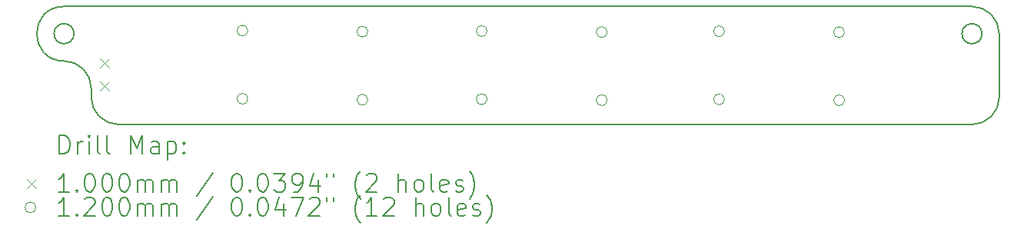
<source format=gbr>
%TF.GenerationSoftware,KiCad,Pcbnew,7.0.11*%
%TF.CreationDate,2025-03-06T22:54:37+09:00*%
%TF.ProjectId,Capasitor,43617061-7369-4746-9f72-2e6b69636164,rev?*%
%TF.SameCoordinates,Original*%
%TF.FileFunction,Drillmap*%
%TF.FilePolarity,Positive*%
%FSLAX45Y45*%
G04 Gerber Fmt 4.5, Leading zero omitted, Abs format (unit mm)*
G04 Created by KiCad (PCBNEW 7.0.11) date 2025-03-06 22:54:37*
%MOMM*%
%LPD*%
G01*
G04 APERTURE LIST*
%ADD10C,0.200000*%
%ADD11C,0.100000*%
%ADD12C,0.120000*%
G04 APERTURE END LIST*
D10*
X20294600Y-10510000D02*
X20294600Y-9810000D01*
X19994600Y-9510000D02*
X9994600Y-9510000D01*
X10104600Y-9810000D02*
G75*
G03*
X9884600Y-9810000I-110000J0D01*
G01*
X9884600Y-9810000D02*
G75*
G03*
X10104600Y-9810000I110000J0D01*
G01*
X10294600Y-10410000D02*
X10294600Y-10510000D01*
X19994600Y-10810000D02*
G75*
G03*
X20294600Y-10510000I0J300000D01*
G01*
X9994600Y-9510000D02*
G75*
G03*
X9994600Y-10110000I0J-300000D01*
G01*
X10294600Y-10510000D02*
G75*
G03*
X10594600Y-10810000I300000J0D01*
G01*
X20104600Y-9810000D02*
G75*
G03*
X19884600Y-9810000I-110000J0D01*
G01*
X19884600Y-9810000D02*
G75*
G03*
X20104600Y-9810000I110000J0D01*
G01*
X10294600Y-10410000D02*
G75*
G03*
X9994600Y-10110000I-300000J0D01*
G01*
X10594600Y-10810000D02*
X19994600Y-10810000D01*
X20294600Y-9810000D02*
G75*
G03*
X19994600Y-9510000I-300000J0D01*
G01*
D11*
X10389400Y-10084100D02*
X10489400Y-10184100D01*
X10489400Y-10084100D02*
X10389400Y-10184100D01*
X10389400Y-10338100D02*
X10489400Y-10438100D01*
X10489400Y-10338100D02*
X10389400Y-10438100D01*
D12*
X12019000Y-9776396D02*
G75*
G03*
X11899000Y-9776396I-60000J0D01*
G01*
X11899000Y-9776396D02*
G75*
G03*
X12019000Y-9776396I60000J0D01*
G01*
X12019000Y-10526396D02*
G75*
G03*
X11899000Y-10526396I-60000J0D01*
G01*
X11899000Y-10526396D02*
G75*
G03*
X12019000Y-10526396I60000J0D01*
G01*
X13341000Y-9787000D02*
G75*
G03*
X13221000Y-9787000I-60000J0D01*
G01*
X13221000Y-9787000D02*
G75*
G03*
X13341000Y-9787000I60000J0D01*
G01*
X13341000Y-10537000D02*
G75*
G03*
X13221000Y-10537000I-60000J0D01*
G01*
X13221000Y-10537000D02*
G75*
G03*
X13341000Y-10537000I60000J0D01*
G01*
X14655000Y-9781396D02*
G75*
G03*
X14535000Y-9781396I-60000J0D01*
G01*
X14535000Y-9781396D02*
G75*
G03*
X14655000Y-9781396I60000J0D01*
G01*
X14655000Y-10531396D02*
G75*
G03*
X14535000Y-10531396I-60000J0D01*
G01*
X14535000Y-10531396D02*
G75*
G03*
X14655000Y-10531396I60000J0D01*
G01*
X15977000Y-9792000D02*
G75*
G03*
X15857000Y-9792000I-60000J0D01*
G01*
X15857000Y-9792000D02*
G75*
G03*
X15977000Y-9792000I60000J0D01*
G01*
X15977000Y-10542000D02*
G75*
G03*
X15857000Y-10542000I-60000J0D01*
G01*
X15857000Y-10542000D02*
G75*
G03*
X15977000Y-10542000I60000J0D01*
G01*
X17269000Y-9783396D02*
G75*
G03*
X17149000Y-9783396I-60000J0D01*
G01*
X17149000Y-9783396D02*
G75*
G03*
X17269000Y-9783396I60000J0D01*
G01*
X17269000Y-10533396D02*
G75*
G03*
X17149000Y-10533396I-60000J0D01*
G01*
X17149000Y-10533396D02*
G75*
G03*
X17269000Y-10533396I60000J0D01*
G01*
X18591000Y-9794000D02*
G75*
G03*
X18471000Y-9794000I-60000J0D01*
G01*
X18471000Y-9794000D02*
G75*
G03*
X18591000Y-9794000I60000J0D01*
G01*
X18591000Y-10544000D02*
G75*
G03*
X18471000Y-10544000I-60000J0D01*
G01*
X18471000Y-10544000D02*
G75*
G03*
X18591000Y-10544000I60000J0D01*
G01*
D10*
X9945377Y-11131484D02*
X9945377Y-10931484D01*
X9945377Y-10931484D02*
X9992996Y-10931484D01*
X9992996Y-10931484D02*
X10021567Y-10941008D01*
X10021567Y-10941008D02*
X10040615Y-10960055D01*
X10040615Y-10960055D02*
X10050139Y-10979103D01*
X10050139Y-10979103D02*
X10059663Y-11017198D01*
X10059663Y-11017198D02*
X10059663Y-11045770D01*
X10059663Y-11045770D02*
X10050139Y-11083865D01*
X10050139Y-11083865D02*
X10040615Y-11102912D01*
X10040615Y-11102912D02*
X10021567Y-11121960D01*
X10021567Y-11121960D02*
X9992996Y-11131484D01*
X9992996Y-11131484D02*
X9945377Y-11131484D01*
X10145377Y-11131484D02*
X10145377Y-10998150D01*
X10145377Y-11036246D02*
X10154901Y-11017198D01*
X10154901Y-11017198D02*
X10164424Y-11007674D01*
X10164424Y-11007674D02*
X10183472Y-10998150D01*
X10183472Y-10998150D02*
X10202520Y-10998150D01*
X10269186Y-11131484D02*
X10269186Y-10998150D01*
X10269186Y-10931484D02*
X10259663Y-10941008D01*
X10259663Y-10941008D02*
X10269186Y-10950531D01*
X10269186Y-10950531D02*
X10278710Y-10941008D01*
X10278710Y-10941008D02*
X10269186Y-10931484D01*
X10269186Y-10931484D02*
X10269186Y-10950531D01*
X10392996Y-11131484D02*
X10373948Y-11121960D01*
X10373948Y-11121960D02*
X10364424Y-11102912D01*
X10364424Y-11102912D02*
X10364424Y-10931484D01*
X10497758Y-11131484D02*
X10478710Y-11121960D01*
X10478710Y-11121960D02*
X10469186Y-11102912D01*
X10469186Y-11102912D02*
X10469186Y-10931484D01*
X10726329Y-11131484D02*
X10726329Y-10931484D01*
X10726329Y-10931484D02*
X10792996Y-11074341D01*
X10792996Y-11074341D02*
X10859663Y-10931484D01*
X10859663Y-10931484D02*
X10859663Y-11131484D01*
X11040615Y-11131484D02*
X11040615Y-11026722D01*
X11040615Y-11026722D02*
X11031091Y-11007674D01*
X11031091Y-11007674D02*
X11012044Y-10998150D01*
X11012044Y-10998150D02*
X10973948Y-10998150D01*
X10973948Y-10998150D02*
X10954901Y-11007674D01*
X11040615Y-11121960D02*
X11021567Y-11131484D01*
X11021567Y-11131484D02*
X10973948Y-11131484D01*
X10973948Y-11131484D02*
X10954901Y-11121960D01*
X10954901Y-11121960D02*
X10945377Y-11102912D01*
X10945377Y-11102912D02*
X10945377Y-11083865D01*
X10945377Y-11083865D02*
X10954901Y-11064817D01*
X10954901Y-11064817D02*
X10973948Y-11055293D01*
X10973948Y-11055293D02*
X11021567Y-11055293D01*
X11021567Y-11055293D02*
X11040615Y-11045770D01*
X11135853Y-10998150D02*
X11135853Y-11198150D01*
X11135853Y-11007674D02*
X11154901Y-10998150D01*
X11154901Y-10998150D02*
X11192996Y-10998150D01*
X11192996Y-10998150D02*
X11212043Y-11007674D01*
X11212043Y-11007674D02*
X11221567Y-11017198D01*
X11221567Y-11017198D02*
X11231091Y-11036246D01*
X11231091Y-11036246D02*
X11231091Y-11093389D01*
X11231091Y-11093389D02*
X11221567Y-11112436D01*
X11221567Y-11112436D02*
X11212043Y-11121960D01*
X11212043Y-11121960D02*
X11192996Y-11131484D01*
X11192996Y-11131484D02*
X11154901Y-11131484D01*
X11154901Y-11131484D02*
X11135853Y-11121960D01*
X11316805Y-11112436D02*
X11326329Y-11121960D01*
X11326329Y-11121960D02*
X11316805Y-11131484D01*
X11316805Y-11131484D02*
X11307282Y-11121960D01*
X11307282Y-11121960D02*
X11316805Y-11112436D01*
X11316805Y-11112436D02*
X11316805Y-11131484D01*
X11316805Y-11007674D02*
X11326329Y-11017198D01*
X11326329Y-11017198D02*
X11316805Y-11026722D01*
X11316805Y-11026722D02*
X11307282Y-11017198D01*
X11307282Y-11017198D02*
X11316805Y-11007674D01*
X11316805Y-11007674D02*
X11316805Y-11026722D01*
D11*
X9584600Y-11410000D02*
X9684600Y-11510000D01*
X9684600Y-11410000D02*
X9584600Y-11510000D01*
D10*
X10050139Y-11551484D02*
X9935853Y-11551484D01*
X9992996Y-11551484D02*
X9992996Y-11351484D01*
X9992996Y-11351484D02*
X9973948Y-11380055D01*
X9973948Y-11380055D02*
X9954901Y-11399103D01*
X9954901Y-11399103D02*
X9935853Y-11408627D01*
X10135853Y-11532436D02*
X10145377Y-11541960D01*
X10145377Y-11541960D02*
X10135853Y-11551484D01*
X10135853Y-11551484D02*
X10126329Y-11541960D01*
X10126329Y-11541960D02*
X10135853Y-11532436D01*
X10135853Y-11532436D02*
X10135853Y-11551484D01*
X10269186Y-11351484D02*
X10288234Y-11351484D01*
X10288234Y-11351484D02*
X10307282Y-11361008D01*
X10307282Y-11361008D02*
X10316805Y-11370531D01*
X10316805Y-11370531D02*
X10326329Y-11389579D01*
X10326329Y-11389579D02*
X10335853Y-11427674D01*
X10335853Y-11427674D02*
X10335853Y-11475293D01*
X10335853Y-11475293D02*
X10326329Y-11513388D01*
X10326329Y-11513388D02*
X10316805Y-11532436D01*
X10316805Y-11532436D02*
X10307282Y-11541960D01*
X10307282Y-11541960D02*
X10288234Y-11551484D01*
X10288234Y-11551484D02*
X10269186Y-11551484D01*
X10269186Y-11551484D02*
X10250139Y-11541960D01*
X10250139Y-11541960D02*
X10240615Y-11532436D01*
X10240615Y-11532436D02*
X10231091Y-11513388D01*
X10231091Y-11513388D02*
X10221567Y-11475293D01*
X10221567Y-11475293D02*
X10221567Y-11427674D01*
X10221567Y-11427674D02*
X10231091Y-11389579D01*
X10231091Y-11389579D02*
X10240615Y-11370531D01*
X10240615Y-11370531D02*
X10250139Y-11361008D01*
X10250139Y-11361008D02*
X10269186Y-11351484D01*
X10459663Y-11351484D02*
X10478710Y-11351484D01*
X10478710Y-11351484D02*
X10497758Y-11361008D01*
X10497758Y-11361008D02*
X10507282Y-11370531D01*
X10507282Y-11370531D02*
X10516805Y-11389579D01*
X10516805Y-11389579D02*
X10526329Y-11427674D01*
X10526329Y-11427674D02*
X10526329Y-11475293D01*
X10526329Y-11475293D02*
X10516805Y-11513388D01*
X10516805Y-11513388D02*
X10507282Y-11532436D01*
X10507282Y-11532436D02*
X10497758Y-11541960D01*
X10497758Y-11541960D02*
X10478710Y-11551484D01*
X10478710Y-11551484D02*
X10459663Y-11551484D01*
X10459663Y-11551484D02*
X10440615Y-11541960D01*
X10440615Y-11541960D02*
X10431091Y-11532436D01*
X10431091Y-11532436D02*
X10421567Y-11513388D01*
X10421567Y-11513388D02*
X10412044Y-11475293D01*
X10412044Y-11475293D02*
X10412044Y-11427674D01*
X10412044Y-11427674D02*
X10421567Y-11389579D01*
X10421567Y-11389579D02*
X10431091Y-11370531D01*
X10431091Y-11370531D02*
X10440615Y-11361008D01*
X10440615Y-11361008D02*
X10459663Y-11351484D01*
X10650139Y-11351484D02*
X10669186Y-11351484D01*
X10669186Y-11351484D02*
X10688234Y-11361008D01*
X10688234Y-11361008D02*
X10697758Y-11370531D01*
X10697758Y-11370531D02*
X10707282Y-11389579D01*
X10707282Y-11389579D02*
X10716805Y-11427674D01*
X10716805Y-11427674D02*
X10716805Y-11475293D01*
X10716805Y-11475293D02*
X10707282Y-11513388D01*
X10707282Y-11513388D02*
X10697758Y-11532436D01*
X10697758Y-11532436D02*
X10688234Y-11541960D01*
X10688234Y-11541960D02*
X10669186Y-11551484D01*
X10669186Y-11551484D02*
X10650139Y-11551484D01*
X10650139Y-11551484D02*
X10631091Y-11541960D01*
X10631091Y-11541960D02*
X10621567Y-11532436D01*
X10621567Y-11532436D02*
X10612044Y-11513388D01*
X10612044Y-11513388D02*
X10602520Y-11475293D01*
X10602520Y-11475293D02*
X10602520Y-11427674D01*
X10602520Y-11427674D02*
X10612044Y-11389579D01*
X10612044Y-11389579D02*
X10621567Y-11370531D01*
X10621567Y-11370531D02*
X10631091Y-11361008D01*
X10631091Y-11361008D02*
X10650139Y-11351484D01*
X10802520Y-11551484D02*
X10802520Y-11418150D01*
X10802520Y-11437198D02*
X10812044Y-11427674D01*
X10812044Y-11427674D02*
X10831091Y-11418150D01*
X10831091Y-11418150D02*
X10859663Y-11418150D01*
X10859663Y-11418150D02*
X10878710Y-11427674D01*
X10878710Y-11427674D02*
X10888234Y-11446722D01*
X10888234Y-11446722D02*
X10888234Y-11551484D01*
X10888234Y-11446722D02*
X10897758Y-11427674D01*
X10897758Y-11427674D02*
X10916805Y-11418150D01*
X10916805Y-11418150D02*
X10945377Y-11418150D01*
X10945377Y-11418150D02*
X10964425Y-11427674D01*
X10964425Y-11427674D02*
X10973948Y-11446722D01*
X10973948Y-11446722D02*
X10973948Y-11551484D01*
X11069186Y-11551484D02*
X11069186Y-11418150D01*
X11069186Y-11437198D02*
X11078710Y-11427674D01*
X11078710Y-11427674D02*
X11097758Y-11418150D01*
X11097758Y-11418150D02*
X11126329Y-11418150D01*
X11126329Y-11418150D02*
X11145377Y-11427674D01*
X11145377Y-11427674D02*
X11154901Y-11446722D01*
X11154901Y-11446722D02*
X11154901Y-11551484D01*
X11154901Y-11446722D02*
X11164425Y-11427674D01*
X11164425Y-11427674D02*
X11183472Y-11418150D01*
X11183472Y-11418150D02*
X11212043Y-11418150D01*
X11212043Y-11418150D02*
X11231091Y-11427674D01*
X11231091Y-11427674D02*
X11240615Y-11446722D01*
X11240615Y-11446722D02*
X11240615Y-11551484D01*
X11631091Y-11341960D02*
X11459663Y-11599103D01*
X11888234Y-11351484D02*
X11907282Y-11351484D01*
X11907282Y-11351484D02*
X11926329Y-11361008D01*
X11926329Y-11361008D02*
X11935853Y-11370531D01*
X11935853Y-11370531D02*
X11945377Y-11389579D01*
X11945377Y-11389579D02*
X11954901Y-11427674D01*
X11954901Y-11427674D02*
X11954901Y-11475293D01*
X11954901Y-11475293D02*
X11945377Y-11513388D01*
X11945377Y-11513388D02*
X11935853Y-11532436D01*
X11935853Y-11532436D02*
X11926329Y-11541960D01*
X11926329Y-11541960D02*
X11907282Y-11551484D01*
X11907282Y-11551484D02*
X11888234Y-11551484D01*
X11888234Y-11551484D02*
X11869186Y-11541960D01*
X11869186Y-11541960D02*
X11859663Y-11532436D01*
X11859663Y-11532436D02*
X11850139Y-11513388D01*
X11850139Y-11513388D02*
X11840615Y-11475293D01*
X11840615Y-11475293D02*
X11840615Y-11427674D01*
X11840615Y-11427674D02*
X11850139Y-11389579D01*
X11850139Y-11389579D02*
X11859663Y-11370531D01*
X11859663Y-11370531D02*
X11869186Y-11361008D01*
X11869186Y-11361008D02*
X11888234Y-11351484D01*
X12040615Y-11532436D02*
X12050139Y-11541960D01*
X12050139Y-11541960D02*
X12040615Y-11551484D01*
X12040615Y-11551484D02*
X12031091Y-11541960D01*
X12031091Y-11541960D02*
X12040615Y-11532436D01*
X12040615Y-11532436D02*
X12040615Y-11551484D01*
X12173948Y-11351484D02*
X12192996Y-11351484D01*
X12192996Y-11351484D02*
X12212044Y-11361008D01*
X12212044Y-11361008D02*
X12221567Y-11370531D01*
X12221567Y-11370531D02*
X12231091Y-11389579D01*
X12231091Y-11389579D02*
X12240615Y-11427674D01*
X12240615Y-11427674D02*
X12240615Y-11475293D01*
X12240615Y-11475293D02*
X12231091Y-11513388D01*
X12231091Y-11513388D02*
X12221567Y-11532436D01*
X12221567Y-11532436D02*
X12212044Y-11541960D01*
X12212044Y-11541960D02*
X12192996Y-11551484D01*
X12192996Y-11551484D02*
X12173948Y-11551484D01*
X12173948Y-11551484D02*
X12154901Y-11541960D01*
X12154901Y-11541960D02*
X12145377Y-11532436D01*
X12145377Y-11532436D02*
X12135853Y-11513388D01*
X12135853Y-11513388D02*
X12126329Y-11475293D01*
X12126329Y-11475293D02*
X12126329Y-11427674D01*
X12126329Y-11427674D02*
X12135853Y-11389579D01*
X12135853Y-11389579D02*
X12145377Y-11370531D01*
X12145377Y-11370531D02*
X12154901Y-11361008D01*
X12154901Y-11361008D02*
X12173948Y-11351484D01*
X12307282Y-11351484D02*
X12431091Y-11351484D01*
X12431091Y-11351484D02*
X12364425Y-11427674D01*
X12364425Y-11427674D02*
X12392996Y-11427674D01*
X12392996Y-11427674D02*
X12412044Y-11437198D01*
X12412044Y-11437198D02*
X12421567Y-11446722D01*
X12421567Y-11446722D02*
X12431091Y-11465769D01*
X12431091Y-11465769D02*
X12431091Y-11513388D01*
X12431091Y-11513388D02*
X12421567Y-11532436D01*
X12421567Y-11532436D02*
X12412044Y-11541960D01*
X12412044Y-11541960D02*
X12392996Y-11551484D01*
X12392996Y-11551484D02*
X12335853Y-11551484D01*
X12335853Y-11551484D02*
X12316806Y-11541960D01*
X12316806Y-11541960D02*
X12307282Y-11532436D01*
X12526329Y-11551484D02*
X12564425Y-11551484D01*
X12564425Y-11551484D02*
X12583472Y-11541960D01*
X12583472Y-11541960D02*
X12592996Y-11532436D01*
X12592996Y-11532436D02*
X12612044Y-11503865D01*
X12612044Y-11503865D02*
X12621567Y-11465769D01*
X12621567Y-11465769D02*
X12621567Y-11389579D01*
X12621567Y-11389579D02*
X12612044Y-11370531D01*
X12612044Y-11370531D02*
X12602520Y-11361008D01*
X12602520Y-11361008D02*
X12583472Y-11351484D01*
X12583472Y-11351484D02*
X12545377Y-11351484D01*
X12545377Y-11351484D02*
X12526329Y-11361008D01*
X12526329Y-11361008D02*
X12516806Y-11370531D01*
X12516806Y-11370531D02*
X12507282Y-11389579D01*
X12507282Y-11389579D02*
X12507282Y-11437198D01*
X12507282Y-11437198D02*
X12516806Y-11456246D01*
X12516806Y-11456246D02*
X12526329Y-11465769D01*
X12526329Y-11465769D02*
X12545377Y-11475293D01*
X12545377Y-11475293D02*
X12583472Y-11475293D01*
X12583472Y-11475293D02*
X12602520Y-11465769D01*
X12602520Y-11465769D02*
X12612044Y-11456246D01*
X12612044Y-11456246D02*
X12621567Y-11437198D01*
X12792996Y-11418150D02*
X12792996Y-11551484D01*
X12745377Y-11341960D02*
X12697758Y-11484817D01*
X12697758Y-11484817D02*
X12821567Y-11484817D01*
X12888234Y-11351484D02*
X12888234Y-11389579D01*
X12964425Y-11351484D02*
X12964425Y-11389579D01*
X13259663Y-11627674D02*
X13250139Y-11618150D01*
X13250139Y-11618150D02*
X13231091Y-11589579D01*
X13231091Y-11589579D02*
X13221568Y-11570531D01*
X13221568Y-11570531D02*
X13212044Y-11541960D01*
X13212044Y-11541960D02*
X13202520Y-11494341D01*
X13202520Y-11494341D02*
X13202520Y-11456246D01*
X13202520Y-11456246D02*
X13212044Y-11408627D01*
X13212044Y-11408627D02*
X13221568Y-11380055D01*
X13221568Y-11380055D02*
X13231091Y-11361008D01*
X13231091Y-11361008D02*
X13250139Y-11332436D01*
X13250139Y-11332436D02*
X13259663Y-11322912D01*
X13326329Y-11370531D02*
X13335853Y-11361008D01*
X13335853Y-11361008D02*
X13354901Y-11351484D01*
X13354901Y-11351484D02*
X13402520Y-11351484D01*
X13402520Y-11351484D02*
X13421568Y-11361008D01*
X13421568Y-11361008D02*
X13431091Y-11370531D01*
X13431091Y-11370531D02*
X13440615Y-11389579D01*
X13440615Y-11389579D02*
X13440615Y-11408627D01*
X13440615Y-11408627D02*
X13431091Y-11437198D01*
X13431091Y-11437198D02*
X13316806Y-11551484D01*
X13316806Y-11551484D02*
X13440615Y-11551484D01*
X13678710Y-11551484D02*
X13678710Y-11351484D01*
X13764425Y-11551484D02*
X13764425Y-11446722D01*
X13764425Y-11446722D02*
X13754901Y-11427674D01*
X13754901Y-11427674D02*
X13735853Y-11418150D01*
X13735853Y-11418150D02*
X13707282Y-11418150D01*
X13707282Y-11418150D02*
X13688234Y-11427674D01*
X13688234Y-11427674D02*
X13678710Y-11437198D01*
X13888234Y-11551484D02*
X13869187Y-11541960D01*
X13869187Y-11541960D02*
X13859663Y-11532436D01*
X13859663Y-11532436D02*
X13850139Y-11513388D01*
X13850139Y-11513388D02*
X13850139Y-11456246D01*
X13850139Y-11456246D02*
X13859663Y-11437198D01*
X13859663Y-11437198D02*
X13869187Y-11427674D01*
X13869187Y-11427674D02*
X13888234Y-11418150D01*
X13888234Y-11418150D02*
X13916806Y-11418150D01*
X13916806Y-11418150D02*
X13935853Y-11427674D01*
X13935853Y-11427674D02*
X13945377Y-11437198D01*
X13945377Y-11437198D02*
X13954901Y-11456246D01*
X13954901Y-11456246D02*
X13954901Y-11513388D01*
X13954901Y-11513388D02*
X13945377Y-11532436D01*
X13945377Y-11532436D02*
X13935853Y-11541960D01*
X13935853Y-11541960D02*
X13916806Y-11551484D01*
X13916806Y-11551484D02*
X13888234Y-11551484D01*
X14069187Y-11551484D02*
X14050139Y-11541960D01*
X14050139Y-11541960D02*
X14040615Y-11522912D01*
X14040615Y-11522912D02*
X14040615Y-11351484D01*
X14221568Y-11541960D02*
X14202520Y-11551484D01*
X14202520Y-11551484D02*
X14164425Y-11551484D01*
X14164425Y-11551484D02*
X14145377Y-11541960D01*
X14145377Y-11541960D02*
X14135853Y-11522912D01*
X14135853Y-11522912D02*
X14135853Y-11446722D01*
X14135853Y-11446722D02*
X14145377Y-11427674D01*
X14145377Y-11427674D02*
X14164425Y-11418150D01*
X14164425Y-11418150D02*
X14202520Y-11418150D01*
X14202520Y-11418150D02*
X14221568Y-11427674D01*
X14221568Y-11427674D02*
X14231091Y-11446722D01*
X14231091Y-11446722D02*
X14231091Y-11465769D01*
X14231091Y-11465769D02*
X14135853Y-11484817D01*
X14307282Y-11541960D02*
X14326330Y-11551484D01*
X14326330Y-11551484D02*
X14364425Y-11551484D01*
X14364425Y-11551484D02*
X14383472Y-11541960D01*
X14383472Y-11541960D02*
X14392996Y-11522912D01*
X14392996Y-11522912D02*
X14392996Y-11513388D01*
X14392996Y-11513388D02*
X14383472Y-11494341D01*
X14383472Y-11494341D02*
X14364425Y-11484817D01*
X14364425Y-11484817D02*
X14335853Y-11484817D01*
X14335853Y-11484817D02*
X14316806Y-11475293D01*
X14316806Y-11475293D02*
X14307282Y-11456246D01*
X14307282Y-11456246D02*
X14307282Y-11446722D01*
X14307282Y-11446722D02*
X14316806Y-11427674D01*
X14316806Y-11427674D02*
X14335853Y-11418150D01*
X14335853Y-11418150D02*
X14364425Y-11418150D01*
X14364425Y-11418150D02*
X14383472Y-11427674D01*
X14459663Y-11627674D02*
X14469187Y-11618150D01*
X14469187Y-11618150D02*
X14488234Y-11589579D01*
X14488234Y-11589579D02*
X14497758Y-11570531D01*
X14497758Y-11570531D02*
X14507282Y-11541960D01*
X14507282Y-11541960D02*
X14516806Y-11494341D01*
X14516806Y-11494341D02*
X14516806Y-11456246D01*
X14516806Y-11456246D02*
X14507282Y-11408627D01*
X14507282Y-11408627D02*
X14497758Y-11380055D01*
X14497758Y-11380055D02*
X14488234Y-11361008D01*
X14488234Y-11361008D02*
X14469187Y-11332436D01*
X14469187Y-11332436D02*
X14459663Y-11322912D01*
D12*
X9684600Y-11724000D02*
G75*
G03*
X9564600Y-11724000I-60000J0D01*
G01*
X9564600Y-11724000D02*
G75*
G03*
X9684600Y-11724000I60000J0D01*
G01*
D10*
X10050139Y-11815484D02*
X9935853Y-11815484D01*
X9992996Y-11815484D02*
X9992996Y-11615484D01*
X9992996Y-11615484D02*
X9973948Y-11644055D01*
X9973948Y-11644055D02*
X9954901Y-11663103D01*
X9954901Y-11663103D02*
X9935853Y-11672627D01*
X10135853Y-11796436D02*
X10145377Y-11805960D01*
X10145377Y-11805960D02*
X10135853Y-11815484D01*
X10135853Y-11815484D02*
X10126329Y-11805960D01*
X10126329Y-11805960D02*
X10135853Y-11796436D01*
X10135853Y-11796436D02*
X10135853Y-11815484D01*
X10221567Y-11634531D02*
X10231091Y-11625008D01*
X10231091Y-11625008D02*
X10250139Y-11615484D01*
X10250139Y-11615484D02*
X10297758Y-11615484D01*
X10297758Y-11615484D02*
X10316805Y-11625008D01*
X10316805Y-11625008D02*
X10326329Y-11634531D01*
X10326329Y-11634531D02*
X10335853Y-11653579D01*
X10335853Y-11653579D02*
X10335853Y-11672627D01*
X10335853Y-11672627D02*
X10326329Y-11701198D01*
X10326329Y-11701198D02*
X10212044Y-11815484D01*
X10212044Y-11815484D02*
X10335853Y-11815484D01*
X10459663Y-11615484D02*
X10478710Y-11615484D01*
X10478710Y-11615484D02*
X10497758Y-11625008D01*
X10497758Y-11625008D02*
X10507282Y-11634531D01*
X10507282Y-11634531D02*
X10516805Y-11653579D01*
X10516805Y-11653579D02*
X10526329Y-11691674D01*
X10526329Y-11691674D02*
X10526329Y-11739293D01*
X10526329Y-11739293D02*
X10516805Y-11777388D01*
X10516805Y-11777388D02*
X10507282Y-11796436D01*
X10507282Y-11796436D02*
X10497758Y-11805960D01*
X10497758Y-11805960D02*
X10478710Y-11815484D01*
X10478710Y-11815484D02*
X10459663Y-11815484D01*
X10459663Y-11815484D02*
X10440615Y-11805960D01*
X10440615Y-11805960D02*
X10431091Y-11796436D01*
X10431091Y-11796436D02*
X10421567Y-11777388D01*
X10421567Y-11777388D02*
X10412044Y-11739293D01*
X10412044Y-11739293D02*
X10412044Y-11691674D01*
X10412044Y-11691674D02*
X10421567Y-11653579D01*
X10421567Y-11653579D02*
X10431091Y-11634531D01*
X10431091Y-11634531D02*
X10440615Y-11625008D01*
X10440615Y-11625008D02*
X10459663Y-11615484D01*
X10650139Y-11615484D02*
X10669186Y-11615484D01*
X10669186Y-11615484D02*
X10688234Y-11625008D01*
X10688234Y-11625008D02*
X10697758Y-11634531D01*
X10697758Y-11634531D02*
X10707282Y-11653579D01*
X10707282Y-11653579D02*
X10716805Y-11691674D01*
X10716805Y-11691674D02*
X10716805Y-11739293D01*
X10716805Y-11739293D02*
X10707282Y-11777388D01*
X10707282Y-11777388D02*
X10697758Y-11796436D01*
X10697758Y-11796436D02*
X10688234Y-11805960D01*
X10688234Y-11805960D02*
X10669186Y-11815484D01*
X10669186Y-11815484D02*
X10650139Y-11815484D01*
X10650139Y-11815484D02*
X10631091Y-11805960D01*
X10631091Y-11805960D02*
X10621567Y-11796436D01*
X10621567Y-11796436D02*
X10612044Y-11777388D01*
X10612044Y-11777388D02*
X10602520Y-11739293D01*
X10602520Y-11739293D02*
X10602520Y-11691674D01*
X10602520Y-11691674D02*
X10612044Y-11653579D01*
X10612044Y-11653579D02*
X10621567Y-11634531D01*
X10621567Y-11634531D02*
X10631091Y-11625008D01*
X10631091Y-11625008D02*
X10650139Y-11615484D01*
X10802520Y-11815484D02*
X10802520Y-11682150D01*
X10802520Y-11701198D02*
X10812044Y-11691674D01*
X10812044Y-11691674D02*
X10831091Y-11682150D01*
X10831091Y-11682150D02*
X10859663Y-11682150D01*
X10859663Y-11682150D02*
X10878710Y-11691674D01*
X10878710Y-11691674D02*
X10888234Y-11710722D01*
X10888234Y-11710722D02*
X10888234Y-11815484D01*
X10888234Y-11710722D02*
X10897758Y-11691674D01*
X10897758Y-11691674D02*
X10916805Y-11682150D01*
X10916805Y-11682150D02*
X10945377Y-11682150D01*
X10945377Y-11682150D02*
X10964425Y-11691674D01*
X10964425Y-11691674D02*
X10973948Y-11710722D01*
X10973948Y-11710722D02*
X10973948Y-11815484D01*
X11069186Y-11815484D02*
X11069186Y-11682150D01*
X11069186Y-11701198D02*
X11078710Y-11691674D01*
X11078710Y-11691674D02*
X11097758Y-11682150D01*
X11097758Y-11682150D02*
X11126329Y-11682150D01*
X11126329Y-11682150D02*
X11145377Y-11691674D01*
X11145377Y-11691674D02*
X11154901Y-11710722D01*
X11154901Y-11710722D02*
X11154901Y-11815484D01*
X11154901Y-11710722D02*
X11164425Y-11691674D01*
X11164425Y-11691674D02*
X11183472Y-11682150D01*
X11183472Y-11682150D02*
X11212043Y-11682150D01*
X11212043Y-11682150D02*
X11231091Y-11691674D01*
X11231091Y-11691674D02*
X11240615Y-11710722D01*
X11240615Y-11710722D02*
X11240615Y-11815484D01*
X11631091Y-11605960D02*
X11459663Y-11863103D01*
X11888234Y-11615484D02*
X11907282Y-11615484D01*
X11907282Y-11615484D02*
X11926329Y-11625008D01*
X11926329Y-11625008D02*
X11935853Y-11634531D01*
X11935853Y-11634531D02*
X11945377Y-11653579D01*
X11945377Y-11653579D02*
X11954901Y-11691674D01*
X11954901Y-11691674D02*
X11954901Y-11739293D01*
X11954901Y-11739293D02*
X11945377Y-11777388D01*
X11945377Y-11777388D02*
X11935853Y-11796436D01*
X11935853Y-11796436D02*
X11926329Y-11805960D01*
X11926329Y-11805960D02*
X11907282Y-11815484D01*
X11907282Y-11815484D02*
X11888234Y-11815484D01*
X11888234Y-11815484D02*
X11869186Y-11805960D01*
X11869186Y-11805960D02*
X11859663Y-11796436D01*
X11859663Y-11796436D02*
X11850139Y-11777388D01*
X11850139Y-11777388D02*
X11840615Y-11739293D01*
X11840615Y-11739293D02*
X11840615Y-11691674D01*
X11840615Y-11691674D02*
X11850139Y-11653579D01*
X11850139Y-11653579D02*
X11859663Y-11634531D01*
X11859663Y-11634531D02*
X11869186Y-11625008D01*
X11869186Y-11625008D02*
X11888234Y-11615484D01*
X12040615Y-11796436D02*
X12050139Y-11805960D01*
X12050139Y-11805960D02*
X12040615Y-11815484D01*
X12040615Y-11815484D02*
X12031091Y-11805960D01*
X12031091Y-11805960D02*
X12040615Y-11796436D01*
X12040615Y-11796436D02*
X12040615Y-11815484D01*
X12173948Y-11615484D02*
X12192996Y-11615484D01*
X12192996Y-11615484D02*
X12212044Y-11625008D01*
X12212044Y-11625008D02*
X12221567Y-11634531D01*
X12221567Y-11634531D02*
X12231091Y-11653579D01*
X12231091Y-11653579D02*
X12240615Y-11691674D01*
X12240615Y-11691674D02*
X12240615Y-11739293D01*
X12240615Y-11739293D02*
X12231091Y-11777388D01*
X12231091Y-11777388D02*
X12221567Y-11796436D01*
X12221567Y-11796436D02*
X12212044Y-11805960D01*
X12212044Y-11805960D02*
X12192996Y-11815484D01*
X12192996Y-11815484D02*
X12173948Y-11815484D01*
X12173948Y-11815484D02*
X12154901Y-11805960D01*
X12154901Y-11805960D02*
X12145377Y-11796436D01*
X12145377Y-11796436D02*
X12135853Y-11777388D01*
X12135853Y-11777388D02*
X12126329Y-11739293D01*
X12126329Y-11739293D02*
X12126329Y-11691674D01*
X12126329Y-11691674D02*
X12135853Y-11653579D01*
X12135853Y-11653579D02*
X12145377Y-11634531D01*
X12145377Y-11634531D02*
X12154901Y-11625008D01*
X12154901Y-11625008D02*
X12173948Y-11615484D01*
X12412044Y-11682150D02*
X12412044Y-11815484D01*
X12364425Y-11605960D02*
X12316806Y-11748817D01*
X12316806Y-11748817D02*
X12440615Y-11748817D01*
X12497758Y-11615484D02*
X12631091Y-11615484D01*
X12631091Y-11615484D02*
X12545377Y-11815484D01*
X12697758Y-11634531D02*
X12707282Y-11625008D01*
X12707282Y-11625008D02*
X12726329Y-11615484D01*
X12726329Y-11615484D02*
X12773948Y-11615484D01*
X12773948Y-11615484D02*
X12792996Y-11625008D01*
X12792996Y-11625008D02*
X12802520Y-11634531D01*
X12802520Y-11634531D02*
X12812044Y-11653579D01*
X12812044Y-11653579D02*
X12812044Y-11672627D01*
X12812044Y-11672627D02*
X12802520Y-11701198D01*
X12802520Y-11701198D02*
X12688234Y-11815484D01*
X12688234Y-11815484D02*
X12812044Y-11815484D01*
X12888234Y-11615484D02*
X12888234Y-11653579D01*
X12964425Y-11615484D02*
X12964425Y-11653579D01*
X13259663Y-11891674D02*
X13250139Y-11882150D01*
X13250139Y-11882150D02*
X13231091Y-11853579D01*
X13231091Y-11853579D02*
X13221568Y-11834531D01*
X13221568Y-11834531D02*
X13212044Y-11805960D01*
X13212044Y-11805960D02*
X13202520Y-11758341D01*
X13202520Y-11758341D02*
X13202520Y-11720246D01*
X13202520Y-11720246D02*
X13212044Y-11672627D01*
X13212044Y-11672627D02*
X13221568Y-11644055D01*
X13221568Y-11644055D02*
X13231091Y-11625008D01*
X13231091Y-11625008D02*
X13250139Y-11596436D01*
X13250139Y-11596436D02*
X13259663Y-11586912D01*
X13440615Y-11815484D02*
X13326329Y-11815484D01*
X13383472Y-11815484D02*
X13383472Y-11615484D01*
X13383472Y-11615484D02*
X13364425Y-11644055D01*
X13364425Y-11644055D02*
X13345377Y-11663103D01*
X13345377Y-11663103D02*
X13326329Y-11672627D01*
X13516806Y-11634531D02*
X13526329Y-11625008D01*
X13526329Y-11625008D02*
X13545377Y-11615484D01*
X13545377Y-11615484D02*
X13592996Y-11615484D01*
X13592996Y-11615484D02*
X13612044Y-11625008D01*
X13612044Y-11625008D02*
X13621568Y-11634531D01*
X13621568Y-11634531D02*
X13631091Y-11653579D01*
X13631091Y-11653579D02*
X13631091Y-11672627D01*
X13631091Y-11672627D02*
X13621568Y-11701198D01*
X13621568Y-11701198D02*
X13507282Y-11815484D01*
X13507282Y-11815484D02*
X13631091Y-11815484D01*
X13869187Y-11815484D02*
X13869187Y-11615484D01*
X13954901Y-11815484D02*
X13954901Y-11710722D01*
X13954901Y-11710722D02*
X13945377Y-11691674D01*
X13945377Y-11691674D02*
X13926330Y-11682150D01*
X13926330Y-11682150D02*
X13897758Y-11682150D01*
X13897758Y-11682150D02*
X13878710Y-11691674D01*
X13878710Y-11691674D02*
X13869187Y-11701198D01*
X14078710Y-11815484D02*
X14059663Y-11805960D01*
X14059663Y-11805960D02*
X14050139Y-11796436D01*
X14050139Y-11796436D02*
X14040615Y-11777388D01*
X14040615Y-11777388D02*
X14040615Y-11720246D01*
X14040615Y-11720246D02*
X14050139Y-11701198D01*
X14050139Y-11701198D02*
X14059663Y-11691674D01*
X14059663Y-11691674D02*
X14078710Y-11682150D01*
X14078710Y-11682150D02*
X14107282Y-11682150D01*
X14107282Y-11682150D02*
X14126330Y-11691674D01*
X14126330Y-11691674D02*
X14135853Y-11701198D01*
X14135853Y-11701198D02*
X14145377Y-11720246D01*
X14145377Y-11720246D02*
X14145377Y-11777388D01*
X14145377Y-11777388D02*
X14135853Y-11796436D01*
X14135853Y-11796436D02*
X14126330Y-11805960D01*
X14126330Y-11805960D02*
X14107282Y-11815484D01*
X14107282Y-11815484D02*
X14078710Y-11815484D01*
X14259663Y-11815484D02*
X14240615Y-11805960D01*
X14240615Y-11805960D02*
X14231091Y-11786912D01*
X14231091Y-11786912D02*
X14231091Y-11615484D01*
X14412044Y-11805960D02*
X14392996Y-11815484D01*
X14392996Y-11815484D02*
X14354901Y-11815484D01*
X14354901Y-11815484D02*
X14335853Y-11805960D01*
X14335853Y-11805960D02*
X14326330Y-11786912D01*
X14326330Y-11786912D02*
X14326330Y-11710722D01*
X14326330Y-11710722D02*
X14335853Y-11691674D01*
X14335853Y-11691674D02*
X14354901Y-11682150D01*
X14354901Y-11682150D02*
X14392996Y-11682150D01*
X14392996Y-11682150D02*
X14412044Y-11691674D01*
X14412044Y-11691674D02*
X14421568Y-11710722D01*
X14421568Y-11710722D02*
X14421568Y-11729769D01*
X14421568Y-11729769D02*
X14326330Y-11748817D01*
X14497758Y-11805960D02*
X14516806Y-11815484D01*
X14516806Y-11815484D02*
X14554901Y-11815484D01*
X14554901Y-11815484D02*
X14573949Y-11805960D01*
X14573949Y-11805960D02*
X14583472Y-11786912D01*
X14583472Y-11786912D02*
X14583472Y-11777388D01*
X14583472Y-11777388D02*
X14573949Y-11758341D01*
X14573949Y-11758341D02*
X14554901Y-11748817D01*
X14554901Y-11748817D02*
X14526330Y-11748817D01*
X14526330Y-11748817D02*
X14507282Y-11739293D01*
X14507282Y-11739293D02*
X14497758Y-11720246D01*
X14497758Y-11720246D02*
X14497758Y-11710722D01*
X14497758Y-11710722D02*
X14507282Y-11691674D01*
X14507282Y-11691674D02*
X14526330Y-11682150D01*
X14526330Y-11682150D02*
X14554901Y-11682150D01*
X14554901Y-11682150D02*
X14573949Y-11691674D01*
X14650139Y-11891674D02*
X14659663Y-11882150D01*
X14659663Y-11882150D02*
X14678711Y-11853579D01*
X14678711Y-11853579D02*
X14688234Y-11834531D01*
X14688234Y-11834531D02*
X14697758Y-11805960D01*
X14697758Y-11805960D02*
X14707282Y-11758341D01*
X14707282Y-11758341D02*
X14707282Y-11720246D01*
X14707282Y-11720246D02*
X14697758Y-11672627D01*
X14697758Y-11672627D02*
X14688234Y-11644055D01*
X14688234Y-11644055D02*
X14678711Y-11625008D01*
X14678711Y-11625008D02*
X14659663Y-11596436D01*
X14659663Y-11596436D02*
X14650139Y-11586912D01*
M02*

</source>
